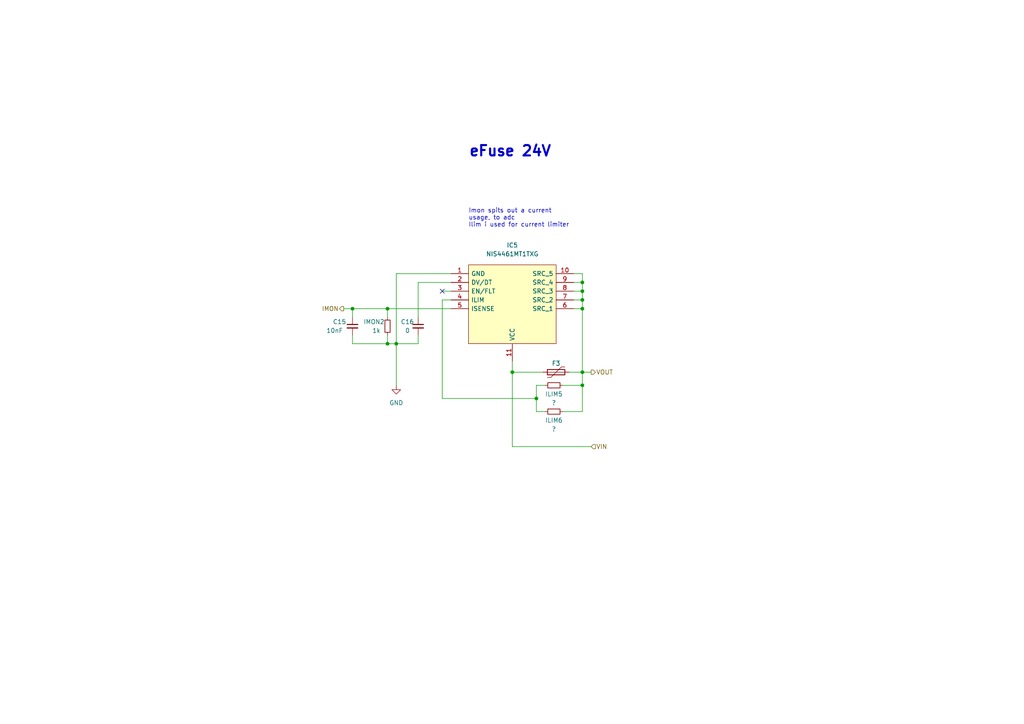
<source format=kicad_sch>
(kicad_sch (version 20211123) (generator eeschema)

  (uuid c25f0391-f8d8-4e5a-b278-bad51e41a2f5)

  (paper "A4")

  (lib_symbols
    (symbol "Device:C_Small" (pin_numbers hide) (pin_names (offset 0.254) hide) (in_bom yes) (on_board yes)
      (property "Reference" "C" (id 0) (at 0.254 1.778 0)
        (effects (font (size 1.27 1.27)) (justify left))
      )
      (property "Value" "C_Small" (id 1) (at 0.254 -2.032 0)
        (effects (font (size 1.27 1.27)) (justify left))
      )
      (property "Footprint" "" (id 2) (at 0 0 0)
        (effects (font (size 1.27 1.27)) hide)
      )
      (property "Datasheet" "~" (id 3) (at 0 0 0)
        (effects (font (size 1.27 1.27)) hide)
      )
      (property "ki_keywords" "capacitor cap" (id 4) (at 0 0 0)
        (effects (font (size 1.27 1.27)) hide)
      )
      (property "ki_description" "Unpolarized capacitor, small symbol" (id 5) (at 0 0 0)
        (effects (font (size 1.27 1.27)) hide)
      )
      (property "ki_fp_filters" "C_*" (id 6) (at 0 0 0)
        (effects (font (size 1.27 1.27)) hide)
      )
      (symbol "C_Small_0_1"
        (polyline
          (pts
            (xy -1.524 -0.508)
            (xy 1.524 -0.508)
          )
          (stroke (width 0.3302) (type default) (color 0 0 0 0))
          (fill (type none))
        )
        (polyline
          (pts
            (xy -1.524 0.508)
            (xy 1.524 0.508)
          )
          (stroke (width 0.3048) (type default) (color 0 0 0 0))
          (fill (type none))
        )
      )
      (symbol "C_Small_1_1"
        (pin passive line (at 0 2.54 270) (length 2.032)
          (name "~" (effects (font (size 1.27 1.27))))
          (number "1" (effects (font (size 1.27 1.27))))
        )
        (pin passive line (at 0 -2.54 90) (length 2.032)
          (name "~" (effects (font (size 1.27 1.27))))
          (number "2" (effects (font (size 1.27 1.27))))
        )
      )
    )
    (symbol "Device:Polyfuse" (pin_numbers hide) (pin_names (offset 0)) (in_bom yes) (on_board yes)
      (property "Reference" "F" (id 0) (at -2.54 0 90)
        (effects (font (size 1.27 1.27)))
      )
      (property "Value" "Polyfuse" (id 1) (at 2.54 0 90)
        (effects (font (size 1.27 1.27)))
      )
      (property "Footprint" "" (id 2) (at 1.27 -5.08 0)
        (effects (font (size 1.27 1.27)) (justify left) hide)
      )
      (property "Datasheet" "~" (id 3) (at 0 0 0)
        (effects (font (size 1.27 1.27)) hide)
      )
      (property "ki_keywords" "resettable fuse PTC PPTC polyfuse polyswitch" (id 4) (at 0 0 0)
        (effects (font (size 1.27 1.27)) hide)
      )
      (property "ki_description" "Resettable fuse, polymeric positive temperature coefficient" (id 5) (at 0 0 0)
        (effects (font (size 1.27 1.27)) hide)
      )
      (property "ki_fp_filters" "*polyfuse* *PTC*" (id 6) (at 0 0 0)
        (effects (font (size 1.27 1.27)) hide)
      )
      (symbol "Polyfuse_0_1"
        (rectangle (start -0.762 2.54) (end 0.762 -2.54)
          (stroke (width 0.254) (type default) (color 0 0 0 0))
          (fill (type none))
        )
        (polyline
          (pts
            (xy 0 2.54)
            (xy 0 -2.54)
          )
          (stroke (width 0) (type default) (color 0 0 0 0))
          (fill (type none))
        )
        (polyline
          (pts
            (xy -1.524 2.54)
            (xy -1.524 1.524)
            (xy 1.524 -1.524)
            (xy 1.524 -2.54)
          )
          (stroke (width 0) (type default) (color 0 0 0 0))
          (fill (type none))
        )
      )
      (symbol "Polyfuse_1_1"
        (pin passive line (at 0 3.81 270) (length 1.27)
          (name "~" (effects (font (size 1.27 1.27))))
          (number "1" (effects (font (size 1.27 1.27))))
        )
        (pin passive line (at 0 -3.81 90) (length 1.27)
          (name "~" (effects (font (size 1.27 1.27))))
          (number "2" (effects (font (size 1.27 1.27))))
        )
      )
    )
    (symbol "Device:R_Small" (pin_numbers hide) (pin_names (offset 0.254) hide) (in_bom yes) (on_board yes)
      (property "Reference" "R" (id 0) (at 0.762 0.508 0)
        (effects (font (size 1.27 1.27)) (justify left))
      )
      (property "Value" "R_Small" (id 1) (at 0.762 -1.016 0)
        (effects (font (size 1.27 1.27)) (justify left))
      )
      (property "Footprint" "" (id 2) (at 0 0 0)
        (effects (font (size 1.27 1.27)) hide)
      )
      (property "Datasheet" "~" (id 3) (at 0 0 0)
        (effects (font (size 1.27 1.27)) hide)
      )
      (property "ki_keywords" "R resistor" (id 4) (at 0 0 0)
        (effects (font (size 1.27 1.27)) hide)
      )
      (property "ki_description" "Resistor, small symbol" (id 5) (at 0 0 0)
        (effects (font (size 1.27 1.27)) hide)
      )
      (property "ki_fp_filters" "R_*" (id 6) (at 0 0 0)
        (effects (font (size 1.27 1.27)) hide)
      )
      (symbol "R_Small_0_1"
        (rectangle (start -0.762 1.778) (end 0.762 -1.778)
          (stroke (width 0.2032) (type default) (color 0 0 0 0))
          (fill (type none))
        )
      )
      (symbol "R_Small_1_1"
        (pin passive line (at 0 2.54 270) (length 0.762)
          (name "~" (effects (font (size 1.27 1.27))))
          (number "1" (effects (font (size 1.27 1.27))))
        )
        (pin passive line (at 0 -2.54 90) (length 0.762)
          (name "~" (effects (font (size 1.27 1.27))))
          (number "2" (effects (font (size 1.27 1.27))))
        )
      )
    )
    (symbol "NIS4461MT1TXG:NIS4461MT1TXG" (pin_names (offset 0.762)) (in_bom yes) (on_board yes)
      (property "Reference" "IC5" (id 0) (at 17.78 8.255 0)
        (effects (font (size 1.27 1.27)))
      )
      (property "Value" "NIS4461MT1TXG" (id 1) (at 17.78 5.715 0)
        (effects (font (size 1.27 1.27)))
      )
      (property "Footprint" "NIS4461MT1TXG:SON50P300X300X80-11N" (id 2) (at 31.75 2.54 0)
        (effects (font (size 1.27 1.27)) (justify left) hide)
      )
      (property "Datasheet" "https://www.onsemi.com/pdf/datasheet/nis4461-d.pdf" (id 3) (at 31.75 0 0)
        (effects (font (size 1.27 1.27)) (justify left) hide)
      )
      (property "Description" "ON SEMICONDUCTOR - NIS4461MT1TXG - Electronic Fuse, 9 V to 24 V, Fan & Hard Drives/Industrial/Handheld Devices, WDFN-EP, 10Pin" (id 4) (at 31.75 -2.54 0)
        (effects (font (size 1.27 1.27)) (justify left) hide)
      )
      (property "Height" "0.8" (id 5) (at 31.75 -5.08 0)
        (effects (font (size 1.27 1.27)) (justify left) hide)
      )
      (property "Mouser Part Number" "863-NIS4461MT1TXG" (id 6) (at 31.75 -7.62 0)
        (effects (font (size 1.27 1.27)) (justify left) hide)
      )
      (property "Mouser Price/Stock" "https://www.mouser.co.uk/ProductDetail/onsemi/NIS4461MT1TXG?qs=HBWAp0VN4RguQGKW17n5sA%3D%3D" (id 7) (at 31.75 -10.16 0)
        (effects (font (size 1.27 1.27)) (justify left) hide)
      )
      (property "Manufacturer_Name" "onsemi" (id 8) (at 31.75 -12.7 0)
        (effects (font (size 1.27 1.27)) (justify left) hide)
      )
      (property "Manufacturer_Part_Number" "NIS4461MT1TXG" (id 9) (at 31.75 -15.24 0)
        (effects (font (size 1.27 1.27)) (justify left) hide)
      )
      (symbol "NIS4461MT1TXG_0_0"
        (pin passive line (at 0 0 0) (length 5.08)
          (name "GND" (effects (font (size 1.27 1.27))))
          (number "1" (effects (font (size 1.27 1.27))))
        )
        (pin passive line (at 35.56 0 180) (length 5.08)
          (name "SRC_5" (effects (font (size 1.27 1.27))))
          (number "10" (effects (font (size 1.27 1.27))))
        )
        (pin passive line (at 17.78 -25.4 90) (length 5.08)
          (name "VCC" (effects (font (size 1.27 1.27))))
          (number "11" (effects (font (size 1.27 1.27))))
        )
        (pin passive line (at 0 -2.54 0) (length 5.08)
          (name "DV/DT" (effects (font (size 1.27 1.27))))
          (number "2" (effects (font (size 1.27 1.27))))
        )
        (pin passive line (at 0 -5.08 0) (length 5.08)
          (name "EN/FLT" (effects (font (size 1.27 1.27))))
          (number "3" (effects (font (size 1.27 1.27))))
        )
        (pin passive line (at 0 -7.62 0) (length 5.08)
          (name "ILIM" (effects (font (size 1.27 1.27))))
          (number "4" (effects (font (size 1.27 1.27))))
        )
        (pin passive line (at 0 -10.16 0) (length 5.08)
          (name "ISENSE" (effects (font (size 1.27 1.27))))
          (number "5" (effects (font (size 1.27 1.27))))
        )
        (pin passive line (at 35.56 -10.16 180) (length 5.08)
          (name "SRC_1" (effects (font (size 1.27 1.27))))
          (number "6" (effects (font (size 1.27 1.27))))
        )
        (pin passive line (at 35.56 -7.62 180) (length 5.08)
          (name "SRC_2" (effects (font (size 1.27 1.27))))
          (number "7" (effects (font (size 1.27 1.27))))
        )
        (pin passive line (at 35.56 -5.08 180) (length 5.08)
          (name "SRC_3" (effects (font (size 1.27 1.27))))
          (number "8" (effects (font (size 1.27 1.27))))
        )
        (pin passive line (at 35.56 -2.54 180) (length 5.08)
          (name "SRC_4" (effects (font (size 1.27 1.27))))
          (number "9" (effects (font (size 1.27 1.27))))
        )
      )
      (symbol "NIS4461MT1TXG_0_1"
        (polyline
          (pts
            (xy 5.08 2.54)
            (xy 30.48 2.54)
            (xy 30.48 -20.32)
            (xy 5.08 -20.32)
            (xy 5.08 2.54)
          )
          (stroke (width 0.1524) (type default) (color 0 0 0 0))
          (fill (type background))
        )
      )
    )
    (symbol "power:GND" (power) (pin_names (offset 0)) (in_bom yes) (on_board yes)
      (property "Reference" "#PWR" (id 0) (at 0 -6.35 0)
        (effects (font (size 1.27 1.27)) hide)
      )
      (property "Value" "GND" (id 1) (at 0 -3.81 0)
        (effects (font (size 1.27 1.27)))
      )
      (property "Footprint" "" (id 2) (at 0 0 0)
        (effects (font (size 1.27 1.27)) hide)
      )
      (property "Datasheet" "" (id 3) (at 0 0 0)
        (effects (font (size 1.27 1.27)) hide)
      )
      (property "ki_keywords" "power-flag" (id 4) (at 0 0 0)
        (effects (font (size 1.27 1.27)) hide)
      )
      (property "ki_description" "Power symbol creates a global label with name \"GND\" , ground" (id 5) (at 0 0 0)
        (effects (font (size 1.27 1.27)) hide)
      )
      (symbol "GND_0_1"
        (polyline
          (pts
            (xy 0 0)
            (xy 0 -1.27)
            (xy 1.27 -1.27)
            (xy 0 -2.54)
            (xy -1.27 -1.27)
            (xy 0 -1.27)
          )
          (stroke (width 0) (type default) (color 0 0 0 0))
          (fill (type none))
        )
      )
      (symbol "GND_1_1"
        (pin power_in line (at 0 0 270) (length 0) hide
          (name "GND" (effects (font (size 1.27 1.27))))
          (number "1" (effects (font (size 1.27 1.27))))
        )
      )
    )
  )

  (junction (at 114.935 99.695) (diameter 0) (color 0 0 0 0)
    (uuid 29cd8b46-378f-44e5-abca-e91a7365ed5d)
  )
  (junction (at 155.575 115.57) (diameter 0) (color 0 0 0 0)
    (uuid 6135f286-e33c-486d-b7c8-07efb20c7d21)
  )
  (junction (at 168.91 107.95) (diameter 0) (color 0 0 0 0)
    (uuid 614b87f1-42c6-4aff-8e86-1000b4bfa82b)
  )
  (junction (at 168.91 84.455) (diameter 0) (color 0 0 0 0)
    (uuid 647fee3a-8fed-457c-9539-a4eee763d2e5)
  )
  (junction (at 102.235 89.535) (diameter 0) (color 0 0 0 0)
    (uuid 88a64e42-6dcd-4391-b18a-c3e1d6e232c0)
  )
  (junction (at 112.395 89.535) (diameter 0) (color 0 0 0 0)
    (uuid 8b73982f-935c-4a54-92e4-ce13e13d7e9a)
  )
  (junction (at 148.59 107.95) (diameter 0) (color 0 0 0 0)
    (uuid 8dffcd56-396b-4437-b97b-1396f0dba809)
  )
  (junction (at 168.91 81.915) (diameter 0) (color 0 0 0 0)
    (uuid 936281ae-b933-4eda-84eb-03a97cda9376)
  )
  (junction (at 112.395 99.695) (diameter 0) (color 0 0 0 0)
    (uuid 954c4c91-cd19-4a0f-a3e1-6f09941d423f)
  )
  (junction (at 168.91 86.995) (diameter 0) (color 0 0 0 0)
    (uuid baf9f5ab-3154-4476-b0a7-f59b89452740)
  )
  (junction (at 168.91 111.76) (diameter 0) (color 0 0 0 0)
    (uuid fa9b0b0b-a934-46d5-b1fb-cb41d56dba59)
  )
  (junction (at 168.91 89.535) (diameter 0) (color 0 0 0 0)
    (uuid fd3a62f2-2ec6-4184-bba3-c9c91ce7c611)
  )

  (no_connect (at 128.27 84.455) (uuid 53424b57-b9da-45dc-a838-77033ba30373))

  (wire (pts (xy 114.935 99.695) (xy 121.285 99.695))
    (stroke (width 0) (type default) (color 0 0 0 0))
    (uuid 01457fc7-dfd6-4ac4-b917-efe6fdf5d358)
  )
  (wire (pts (xy 155.575 115.57) (xy 155.575 111.76))
    (stroke (width 0) (type default) (color 0 0 0 0))
    (uuid 088fc03a-2e96-4c3c-bec6-871935bb5c44)
  )
  (wire (pts (xy 168.91 107.95) (xy 168.91 89.535))
    (stroke (width 0) (type default) (color 0 0 0 0))
    (uuid 18b373c8-9ebb-4cb1-90ec-8e499cf5bd2c)
  )
  (wire (pts (xy 155.575 119.38) (xy 158.115 119.38))
    (stroke (width 0) (type default) (color 0 0 0 0))
    (uuid 1cdcc298-ebbd-4d7f-a702-d2f64679c489)
  )
  (wire (pts (xy 114.935 99.695) (xy 114.935 111.76))
    (stroke (width 0) (type default) (color 0 0 0 0))
    (uuid 21321abf-bf76-48de-ac33-2cc3000250af)
  )
  (wire (pts (xy 148.59 104.775) (xy 148.59 107.95))
    (stroke (width 0) (type default) (color 0 0 0 0))
    (uuid 22003c9b-fcfc-4965-9e43-eb44c25dbd32)
  )
  (wire (pts (xy 121.285 81.915) (xy 130.81 81.915))
    (stroke (width 0) (type default) (color 0 0 0 0))
    (uuid 300e1ac3-53c4-422c-9561-2b203f221165)
  )
  (wire (pts (xy 166.37 86.995) (xy 168.91 86.995))
    (stroke (width 0) (type default) (color 0 0 0 0))
    (uuid 30b14a9c-dc0d-4e3e-97d0-b9d636b00b76)
  )
  (wire (pts (xy 128.27 84.455) (xy 130.81 84.455))
    (stroke (width 0) (type default) (color 0 0 0 0))
    (uuid 314362fb-61d3-4f78-8fc3-4b5a2a33bc6d)
  )
  (wire (pts (xy 114.935 79.375) (xy 114.935 99.695))
    (stroke (width 0) (type default) (color 0 0 0 0))
    (uuid 376fb5ed-1329-4517-a2b4-e997c31d11b3)
  )
  (wire (pts (xy 168.91 119.38) (xy 168.91 111.76))
    (stroke (width 0) (type default) (color 0 0 0 0))
    (uuid 393f55ec-7ce8-4c1b-8a2d-dc919cf99f78)
  )
  (wire (pts (xy 148.59 107.95) (xy 148.59 129.54))
    (stroke (width 0) (type default) (color 0 0 0 0))
    (uuid 404256d6-8f40-47d6-aeb8-90f3aadc0f44)
  )
  (wire (pts (xy 148.59 107.95) (xy 157.48 107.95))
    (stroke (width 0) (type default) (color 0 0 0 0))
    (uuid 41514210-86d6-4451-9ae9-4ce992d056a9)
  )
  (wire (pts (xy 102.235 89.535) (xy 112.395 89.535))
    (stroke (width 0) (type default) (color 0 0 0 0))
    (uuid 433e7989-53ea-4d19-b3df-c524b6583bee)
  )
  (wire (pts (xy 168.91 86.995) (xy 168.91 89.535))
    (stroke (width 0) (type default) (color 0 0 0 0))
    (uuid 4871c71c-c766-43f4-a5a8-d96ebc4f80f0)
  )
  (wire (pts (xy 163.195 111.76) (xy 168.91 111.76))
    (stroke (width 0) (type default) (color 0 0 0 0))
    (uuid 4d6eaafe-f408-417d-8188-88fdd855d1ca)
  )
  (wire (pts (xy 112.395 89.535) (xy 112.395 92.075))
    (stroke (width 0) (type default) (color 0 0 0 0))
    (uuid 5336f946-f059-4c44-a4d0-7e6ffafa8939)
  )
  (wire (pts (xy 165.1 107.95) (xy 168.91 107.95))
    (stroke (width 0) (type default) (color 0 0 0 0))
    (uuid 59149ec1-f7f9-4933-ae3d-54799ada6a8b)
  )
  (wire (pts (xy 112.395 89.535) (xy 130.81 89.535))
    (stroke (width 0) (type default) (color 0 0 0 0))
    (uuid 59d308b4-fa56-4c34-85a8-633c62535766)
  )
  (wire (pts (xy 166.37 81.915) (xy 168.91 81.915))
    (stroke (width 0) (type default) (color 0 0 0 0))
    (uuid 7036135a-3408-49cd-a3c7-d418852b63a2)
  )
  (wire (pts (xy 121.285 81.915) (xy 121.285 92.075))
    (stroke (width 0) (type default) (color 0 0 0 0))
    (uuid 73df1db5-8120-4e89-bbbe-e56627d5fdcf)
  )
  (wire (pts (xy 168.91 111.76) (xy 168.91 107.95))
    (stroke (width 0) (type default) (color 0 0 0 0))
    (uuid 7aa16e2d-72fe-4899-b10d-954d180c1734)
  )
  (wire (pts (xy 112.395 97.155) (xy 112.395 99.695))
    (stroke (width 0) (type default) (color 0 0 0 0))
    (uuid 7f32a682-78d4-4943-8507-27f8cd93f015)
  )
  (wire (pts (xy 155.575 115.57) (xy 155.575 119.38))
    (stroke (width 0) (type default) (color 0 0 0 0))
    (uuid 8d2dbc13-0259-4cd0-87ff-eee809efe2e6)
  )
  (wire (pts (xy 102.235 92.075) (xy 102.235 89.535))
    (stroke (width 0) (type default) (color 0 0 0 0))
    (uuid 8d6e3557-3c62-4aef-b3a9-475ba57715ff)
  )
  (wire (pts (xy 155.575 111.76) (xy 158.115 111.76))
    (stroke (width 0) (type default) (color 0 0 0 0))
    (uuid 8f9c1b77-efb9-455b-b569-613661d16051)
  )
  (wire (pts (xy 114.935 99.695) (xy 112.395 99.695))
    (stroke (width 0) (type default) (color 0 0 0 0))
    (uuid 8fe4281d-9053-45d7-9cf8-9dbcb8c5f238)
  )
  (wire (pts (xy 168.91 81.915) (xy 168.91 84.455))
    (stroke (width 0) (type default) (color 0 0 0 0))
    (uuid 933f5e77-8433-4205-a0cc-d83819324756)
  )
  (wire (pts (xy 114.935 79.375) (xy 130.81 79.375))
    (stroke (width 0) (type default) (color 0 0 0 0))
    (uuid 99bf788d-e695-4b0e-b75f-8b2107d979e5)
  )
  (wire (pts (xy 163.195 119.38) (xy 168.91 119.38))
    (stroke (width 0) (type default) (color 0 0 0 0))
    (uuid a376451c-b314-4589-b57e-d2a6cd53a68a)
  )
  (wire (pts (xy 128.27 86.995) (xy 130.81 86.995))
    (stroke (width 0) (type default) (color 0 0 0 0))
    (uuid a7c26532-6141-4c04-aaff-2b488ef693fa)
  )
  (wire (pts (xy 121.285 97.155) (xy 121.285 99.695))
    (stroke (width 0) (type default) (color 0 0 0 0))
    (uuid b0fd5462-b043-46de-ae55-434fb5c2e22a)
  )
  (wire (pts (xy 102.235 99.695) (xy 112.395 99.695))
    (stroke (width 0) (type default) (color 0 0 0 0))
    (uuid b2eb7b5a-0bf5-4d71-9648-c044fa78bf20)
  )
  (wire (pts (xy 155.575 115.57) (xy 128.27 115.57))
    (stroke (width 0) (type default) (color 0 0 0 0))
    (uuid b6ba0742-87ef-4233-8d97-882a1b0243f9)
  )
  (wire (pts (xy 166.37 89.535) (xy 168.91 89.535))
    (stroke (width 0) (type default) (color 0 0 0 0))
    (uuid b7b85116-6f77-4ccb-8534-1e719ded58a6)
  )
  (wire (pts (xy 168.91 84.455) (xy 168.91 86.995))
    (stroke (width 0) (type default) (color 0 0 0 0))
    (uuid bcc3acd2-5b71-4d4b-9437-80b119b0b827)
  )
  (wire (pts (xy 99.695 89.535) (xy 102.235 89.535))
    (stroke (width 0) (type default) (color 0 0 0 0))
    (uuid c7477b39-a173-4556-b252-1768891d0170)
  )
  (wire (pts (xy 168.91 79.375) (xy 168.91 81.915))
    (stroke (width 0) (type default) (color 0 0 0 0))
    (uuid d06a7235-ae2b-4573-aec5-c7df2ad40122)
  )
  (wire (pts (xy 166.37 79.375) (xy 168.91 79.375))
    (stroke (width 0) (type default) (color 0 0 0 0))
    (uuid d17b3369-37de-4777-a360-eafba4c60dfd)
  )
  (wire (pts (xy 166.37 84.455) (xy 168.91 84.455))
    (stroke (width 0) (type default) (color 0 0 0 0))
    (uuid d6647538-d1e8-47a5-8322-b1598d931c88)
  )
  (wire (pts (xy 128.27 86.995) (xy 128.27 115.57))
    (stroke (width 0) (type default) (color 0 0 0 0))
    (uuid d8747910-79e5-4a3e-9844-39a1caff326d)
  )
  (wire (pts (xy 148.59 129.54) (xy 171.45 129.54))
    (stroke (width 0) (type default) (color 0 0 0 0))
    (uuid dc050416-0013-447a-96df-55cec7d03d58)
  )
  (wire (pts (xy 168.91 107.95) (xy 171.45 107.95))
    (stroke (width 0) (type default) (color 0 0 0 0))
    (uuid ef7dc7cb-3b4b-465e-b9c5-b3e4c5435c42)
  )
  (wire (pts (xy 102.235 97.155) (xy 102.235 99.695))
    (stroke (width 0) (type default) (color 0 0 0 0))
    (uuid fc48e8bf-3d13-4181-8f71-cb5a7eff9d43)
  )

  (text "Imon spits out a current\nusage, to adc\nIlim i used for current limiter"
    (at 135.89 66.04 0)
    (effects (font (size 1.27 1.27)) (justify left bottom))
    (uuid 9001cae7-ff6f-42e2-b638-4381155d62d2)
  )
  (text "eFuse 24V" (at 135.89 45.72 0)
    (effects (font (size 3 3) bold) (justify left bottom))
    (uuid b1efbb01-026f-46c4-bb5f-160f392c0a99)
  )

  (hierarchical_label "VOUT" (shape output) (at 171.45 107.95 0)
    (effects (font (size 1.27 1.27)) (justify left))
    (uuid 3802d2f0-df72-489e-888d-664620bf9807)
  )
  (hierarchical_label "VIN" (shape input) (at 171.45 129.54 0)
    (effects (font (size 1.27 1.27)) (justify left))
    (uuid bf686c90-1541-4bdf-937c-6634df4e473f)
  )
  (hierarchical_label "IMON" (shape output) (at 99.695 89.535 180)
    (effects (font (size 1.27 1.27)) (justify right))
    (uuid eb8078de-ff51-4f86-94f9-0b0c42acab07)
  )

  (symbol (lib_id "NIS4461MT1TXG:NIS4461MT1TXG") (at 130.81 79.375 0) (unit 1)
    (in_bom yes) (on_board yes) (fields_autoplaced)
    (uuid 3557c1b1-c755-4afc-9625-2e37f19efd03)
    (property "Reference" "IC5" (id 0) (at 148.59 71.12 0))
    (property "Value" "NIS4461MT1TXG" (id 1) (at 148.59 73.66 0))
    (property "Footprint" "NIS4461MT1TXG:SON50P300X300X80-11N" (id 2) (at 162.56 76.835 0)
      (effects (font (size 1.27 1.27)) (justify left) hide)
    )
    (property "Datasheet" "https://www.onsemi.com/pdf/datasheet/nis4461-d.pdf" (id 3) (at 162.56 79.375 0)
      (effects (font (size 1.27 1.27)) (justify left) hide)
    )
    (property "Description" "ON SEMICONDUCTOR - NIS4461MT1TXG - Electronic Fuse, 9 V to 24 V, Fan & Hard Drives/Industrial/Handheld Devices, WDFN-EP, 10Pin" (id 4) (at 162.56 81.915 0)
      (effects (font (size 1.27 1.27)) (justify left) hide)
    )
    (property "Height" "0.8" (id 5) (at 162.56 84.455 0)
      (effects (font (size 1.27 1.27)) (justify left) hide)
    )
    (property "Mouser Part Number" "863-NIS4461MT1TXG" (id 6) (at 162.56 86.995 0)
      (effects (font (size 1.27 1.27)) (justify left) hide)
    )
    (property "Mouser Price/Stock" "https://www.mouser.co.uk/ProductDetail/onsemi/NIS4461MT1TXG?qs=HBWAp0VN4RguQGKW17n5sA%3D%3D" (id 7) (at 162.56 89.535 0)
      (effects (font (size 1.27 1.27)) (justify left) hide)
    )
    (property "Manufacturer_Name" "onsemi" (id 8) (at 162.56 92.075 0)
      (effects (font (size 1.27 1.27)) (justify left) hide)
    )
    (property "Manufacturer_Part_Number" "NIS4461MT1TXG" (id 9) (at 162.56 94.615 0)
      (effects (font (size 1.27 1.27)) (justify left) hide)
    )
    (pin "1" (uuid 72686649-1a78-4d81-aa21-1864b2512601))
    (pin "10" (uuid 736810d0-d29e-4d4e-852e-46b4b2f30781))
    (pin "11" (uuid 49c3fa34-fff0-48ca-bb24-d312b057aa53))
    (pin "2" (uuid c8b24126-d572-4f99-9974-98e8b4d21ac9))
    (pin "3" (uuid 9ed2a73e-f2fc-45c9-b806-55b5cadb644c))
    (pin "4" (uuid e7c8e304-292a-46ad-80b6-72c2e23c5080))
    (pin "5" (uuid 49e82da6-d482-4f91-b197-09b542996c27))
    (pin "6" (uuid 3470fbed-b3ba-40f6-b293-c60e2464d466))
    (pin "7" (uuid 6403b2a3-dbca-4e60-8d2a-219df37548f1))
    (pin "8" (uuid 3d814220-cc53-40a6-981f-d391fd838391))
    (pin "9" (uuid 8d78515d-a141-4166-9c25-c3a48703ea98))
  )

  (symbol (lib_id "Device:R_Small") (at 160.655 119.38 270) (unit 1)
    (in_bom yes) (on_board yes)
    (uuid 50e4d8d9-1ebc-46f7-a93b-e908eb2aeb33)
    (property "Reference" "ILIM6" (id 0) (at 160.655 121.92 90))
    (property "Value" "?" (id 1) (at 160.655 124.46 90))
    (property "Footprint" "Resistor_SMD:R_0603_1608Metric" (id 2) (at 160.655 119.38 0)
      (effects (font (size 1.27 1.27)) hide)
    )
    (property "Datasheet" "~" (id 3) (at 160.655 119.38 0)
      (effects (font (size 1.27 1.27)) hide)
    )
    (pin "1" (uuid ba81fe9d-8723-424d-96bc-229c8e72ffca))
    (pin "2" (uuid f37b5e60-9c84-4db4-92c9-bf0868ce050d))
  )

  (symbol (lib_id "Device:R_Small") (at 112.395 94.615 0) (unit 1)
    (in_bom yes) (on_board yes)
    (uuid 6eb43579-7241-426e-98d2-cee3235a7c38)
    (property "Reference" "IMON2" (id 0) (at 105.41 93.345 0)
      (effects (font (size 1.27 1.27)) (justify left))
    )
    (property "Value" "1k" (id 1) (at 107.95 95.885 0)
      (effects (font (size 1.27 1.27)) (justify left))
    )
    (property "Footprint" "Resistor_SMD:R_0603_1608Metric" (id 2) (at 112.395 94.615 0)
      (effects (font (size 1.27 1.27)) hide)
    )
    (property "Datasheet" "~" (id 3) (at 112.395 94.615 0)
      (effects (font (size 1.27 1.27)) hide)
    )
    (pin "1" (uuid 5cb1ec83-a2a6-41f2-adca-629c12e2f9bd))
    (pin "2" (uuid 3de8e29d-068a-4856-afe5-f47349772eca))
  )

  (symbol (lib_id "power:GND") (at 114.935 111.76 0) (unit 1)
    (in_bom yes) (on_board yes) (fields_autoplaced)
    (uuid 7dab4216-02a3-4c04-ae87-20794c6b6927)
    (property "Reference" "#PWR0150" (id 0) (at 114.935 118.11 0)
      (effects (font (size 1.27 1.27)) hide)
    )
    (property "Value" "GND" (id 1) (at 114.935 116.84 0))
    (property "Footprint" "" (id 2) (at 114.935 111.76 0)
      (effects (font (size 1.27 1.27)) hide)
    )
    (property "Datasheet" "" (id 3) (at 114.935 111.76 0)
      (effects (font (size 1.27 1.27)) hide)
    )
    (pin "1" (uuid 6106ab3b-59cb-4297-ba77-9725a590ece1))
  )

  (symbol (lib_id "Device:Polyfuse") (at 161.29 107.95 270) (unit 1)
    (in_bom yes) (on_board yes)
    (uuid bd1291be-e0ac-49a9-b263-faa2fbe4fa37)
    (property "Reference" "F3" (id 0) (at 161.29 105.41 90))
    (property "Value" "Polyfuse" (id 1) (at 161.29 104.5464 90)
      (effects (font (size 1.27 1.27)) hide)
    )
    (property "Footprint" "Fuse:Fuse_2010_5025Metric" (id 2) (at 156.21 109.22 0)
      (effects (font (size 1.27 1.27)) (justify left) hide)
    )
    (property "Datasheet" "~" (id 3) (at 161.29 107.95 0)
      (effects (font (size 1.27 1.27)) hide)
    )
    (pin "1" (uuid 75c37d6e-8c40-4b70-b793-0430b4c0bd70))
    (pin "2" (uuid c5c65571-264b-4826-83af-46fd9b458fa4))
  )

  (symbol (lib_id "Device:C_Small") (at 102.235 94.615 0) (unit 1)
    (in_bom yes) (on_board yes)
    (uuid c8968304-52c5-4dc6-952e-85bb9fadd408)
    (property "Reference" "C15" (id 0) (at 96.52 93.345 0)
      (effects (font (size 1.27 1.27)) (justify left))
    )
    (property "Value" "10nF" (id 1) (at 94.615 95.885 0)
      (effects (font (size 1.27 1.27)) (justify left))
    )
    (property "Footprint" "Capacitor_SMD:C_0603_1608Metric" (id 2) (at 102.235 94.615 0)
      (effects (font (size 1.27 1.27)) hide)
    )
    (property "Datasheet" "~" (id 3) (at 102.235 94.615 0)
      (effects (font (size 1.27 1.27)) hide)
    )
    (pin "1" (uuid 3ed53dcb-0300-4155-a871-e2abd096babb))
    (pin "2" (uuid 483598b3-9a28-4b77-87be-fe054358f445))
  )

  (symbol (lib_id "Device:C_Small") (at 121.285 94.615 0) (unit 1)
    (in_bom yes) (on_board yes)
    (uuid d1aeb674-cfbc-4c74-a628-09c6b5b6eeee)
    (property "Reference" "C16" (id 0) (at 116.205 93.345 0)
      (effects (font (size 1.27 1.27)) (justify left))
    )
    (property "Value" "0" (id 1) (at 117.475 95.885 0)
      (effects (font (size 1.27 1.27)) (justify left))
    )
    (property "Footprint" "Capacitor_SMD:C_0603_1608Metric" (id 2) (at 121.285 94.615 0)
      (effects (font (size 1.27 1.27)) hide)
    )
    (property "Datasheet" "~" (id 3) (at 121.285 94.615 0)
      (effects (font (size 1.27 1.27)) hide)
    )
    (pin "1" (uuid b3f13124-3a89-43e9-8b07-05ae03aea36e))
    (pin "2" (uuid 09616042-1355-483c-a1c4-310b3572796f))
  )

  (symbol (lib_id "Device:R_Small") (at 160.655 111.76 270) (unit 1)
    (in_bom yes) (on_board yes)
    (uuid e8de8c23-2ab9-427f-a8bb-8c57ac62aa25)
    (property "Reference" "ILIM5" (id 0) (at 160.655 114.3 90))
    (property "Value" "?" (id 1) (at 160.655 116.84 90))
    (property "Footprint" "Resistor_SMD:R_0603_1608Metric" (id 2) (at 160.655 111.76 0)
      (effects (font (size 1.27 1.27)) hide)
    )
    (property "Datasheet" "~" (id 3) (at 160.655 111.76 0)
      (effects (font (size 1.27 1.27)) hide)
    )
    (pin "1" (uuid 4be747b2-3f0a-425a-b3e2-322e9112208f))
    (pin "2" (uuid 43b1571d-602e-43a3-a96b-774d50a2067d))
  )
)

</source>
